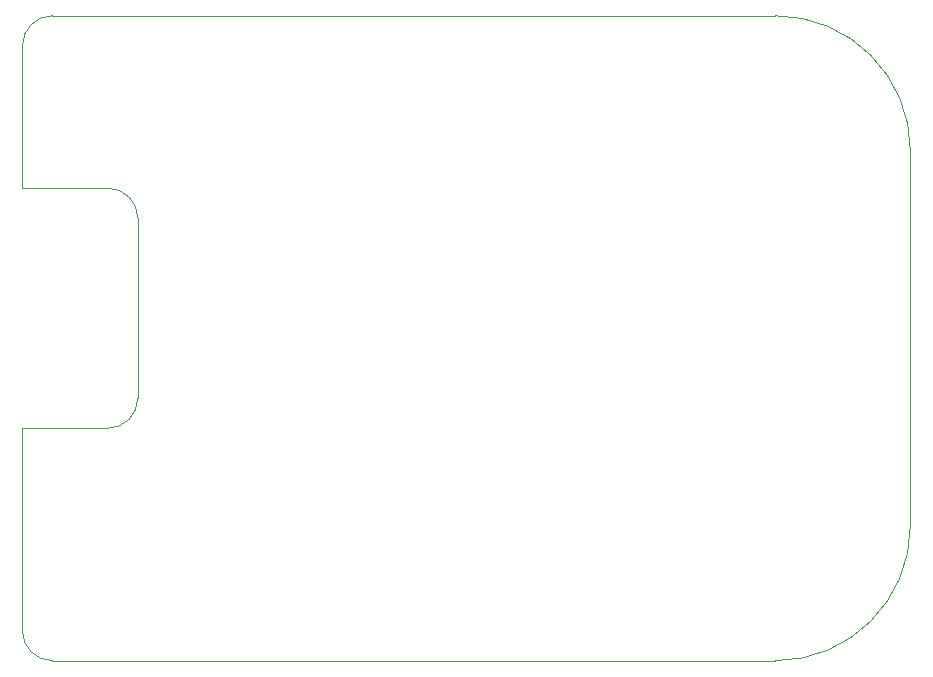
<source format=gbr>
%TF.GenerationSoftware,Altium Limited,Altium Designer,21.1.0 (24)*%
G04 Layer_Color=0*
%FSLAX45Y45*%
%MOMM*%
%TF.SameCoordinates,22AD4BEA-BF74-4225-A0B4-C9A39FC99EA3*%
%TF.FilePolarity,Positive*%
%TF.FileFunction,Profile,NP*%
%TF.Part,Single*%
G01*
G75*
%TA.AperFunction,Profile*%
%ADD230C,0.02540*%
D230*
X1117600Y254000D02*
Y1968500D01*
X1841500D01*
D02*
G03*
X2095500Y2222500I0J254000D01*
G01*
Y3746500D01*
D02*
G03*
X1841500Y4000500I-254000J0D01*
G01*
X1117600D01*
Y5207000D01*
D02*
G02*
X1371600Y5461000I254000J0D01*
G01*
X7492953D01*
X7493002Y5460951D01*
D02*
G02*
X8636000Y4317953I0J-1143000D01*
G01*
Y1143000D01*
X8635951Y1142998D01*
D02*
G02*
X7492951Y-2I-1143000J0D01*
G01*
X7493000Y0D01*
X1371600D01*
D02*
G02*
X1117600Y254000I0J254000D01*
G01*
%TF.MD5,0bb6213f5a2ea1a4644244dc1fba130f*%
M02*

</source>
